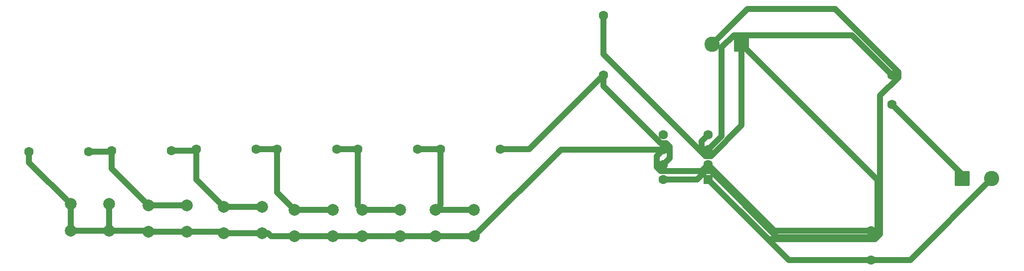
<source format=gbr>
%TF.GenerationSoftware,KiCad,Pcbnew,9.0.3*%
%TF.CreationDate,2025-07-19T19:00:48+05:30*%
%TF.ProjectId,piano wkshp,7069616e-6f20-4776-9b73-68702e6b6963,rev?*%
%TF.SameCoordinates,Original*%
%TF.FileFunction,Copper,L1,Top*%
%TF.FilePolarity,Positive*%
%FSLAX46Y46*%
G04 Gerber Fmt 4.6, Leading zero omitted, Abs format (unit mm)*
G04 Created by KiCad (PCBNEW 9.0.3) date 2025-07-19 19:00:48*
%MOMM*%
%LPD*%
G01*
G04 APERTURE LIST*
G04 Aperture macros list*
%AMRoundRect*
0 Rectangle with rounded corners*
0 $1 Rounding radius*
0 $2 $3 $4 $5 $6 $7 $8 $9 X,Y pos of 4 corners*
0 Add a 4 corners polygon primitive as box body*
4,1,4,$2,$3,$4,$5,$6,$7,$8,$9,$2,$3,0*
0 Add four circle primitives for the rounded corners*
1,1,$1+$1,$2,$3*
1,1,$1+$1,$4,$5*
1,1,$1+$1,$6,$7*
1,1,$1+$1,$8,$9*
0 Add four rect primitives between the rounded corners*
20,1,$1+$1,$2,$3,$4,$5,0*
20,1,$1+$1,$4,$5,$6,$7,0*
20,1,$1+$1,$6,$7,$8,$9,0*
20,1,$1+$1,$8,$9,$2,$3,0*%
G04 Aperture macros list end*
%TA.AperFunction,ComponentPad*%
%ADD10C,2.000000*%
%TD*%
%TA.AperFunction,ComponentPad*%
%ADD11C,1.600000*%
%TD*%
%TA.AperFunction,ComponentPad*%
%ADD12RoundRect,0.250000X-1.050000X-1.050000X1.050000X-1.050000X1.050000X1.050000X-1.050000X1.050000X0*%
%TD*%
%TA.AperFunction,ComponentPad*%
%ADD13C,2.600000*%
%TD*%
%TA.AperFunction,ComponentPad*%
%ADD14RoundRect,0.250000X1.050000X1.050000X-1.050000X1.050000X-1.050000X-1.050000X1.050000X-1.050000X0*%
%TD*%
%TA.AperFunction,ComponentPad*%
%ADD15RoundRect,0.250000X0.550000X0.550000X-0.550000X0.550000X-0.550000X-0.550000X0.550000X-0.550000X0*%
%TD*%
%TA.AperFunction,Conductor*%
%ADD16C,1.000000*%
%TD*%
G04 APERTURE END LIST*
D10*
%TO.P,SW3,1,1*%
%TO.N,Net-(U1-THR)*%
X99000000Y-118000000D03*
X92500000Y-118000000D03*
%TO.P,SW3,2,2*%
%TO.N,Net-(R2-Pad2)*%
X99000000Y-113500000D03*
X92500000Y-113500000D03*
%TD*%
D11*
%TO.P,R6,1*%
%TO.N,Net-(R5-Pad2)*%
X129363000Y-103669000D03*
%TO.P,R6,2*%
%TO.N,Net-(U1-DIS)*%
X139523000Y-103669000D03*
%TD*%
%TO.P,R1,1*%
%TO.N,Net-(U1-THR)*%
X59420000Y-104050000D03*
%TO.P,R1,2*%
%TO.N,Net-(R1-Pad2)*%
X69580000Y-104050000D03*
%TD*%
%TO.P,C1,1*%
%TO.N,Net-(U1-THR)*%
X202500000Y-117500000D03*
%TO.P,C1,2*%
%TO.N,GND*%
X202500000Y-122500000D03*
%TD*%
%TO.P,R5,1*%
%TO.N,Net-(R4-Pad2)*%
X115266000Y-103669000D03*
%TO.P,R5,2*%
%TO.N,Net-(R5-Pad2)*%
X125426000Y-103669000D03*
%TD*%
%TO.P,R3,1*%
%TO.N,Net-(R2-Pad2)*%
X87834000Y-103669000D03*
%TO.P,R3,2*%
%TO.N,Net-(R3-Pad2)*%
X97994000Y-103669000D03*
%TD*%
D10*
%TO.P,SW5,1,1*%
%TO.N,Net-(U1-THR)*%
X122500000Y-118500000D03*
X116000000Y-118500000D03*
%TO.P,SW5,2,2*%
%TO.N,Net-(R4-Pad2)*%
X122500000Y-114000000D03*
X116000000Y-114000000D03*
%TD*%
D11*
%TO.P,R7,1*%
%TO.N,Net-(U1-DIS)*%
X157000000Y-91080000D03*
%TO.P,R7,2*%
%TO.N,+7.5V*%
X157000000Y-80920000D03*
%TD*%
%TO.P,C2,1*%
%TO.N,Net-(U1-Q)*%
X206000000Y-91000000D03*
%TO.P,C2,2*%
%TO.N,Net-(C2-Pad2)*%
X206000000Y-96000000D03*
%TD*%
%TO.P,R4,1*%
%TO.N,Net-(R3-Pad2)*%
X101550000Y-103669000D03*
%TO.P,R4,2*%
%TO.N,Net-(R4-Pad2)*%
X111710000Y-103669000D03*
%TD*%
D10*
%TO.P,SW6,1,1*%
%TO.N,Net-(U1-THR)*%
X135000000Y-118500000D03*
X128500000Y-118500000D03*
%TO.P,SW6,2,2*%
%TO.N,Net-(R5-Pad2)*%
X135000000Y-114000000D03*
X128500000Y-114000000D03*
%TD*%
%TO.P,SW4,1,1*%
%TO.N,Net-(U1-THR)*%
X111000000Y-118500000D03*
X104500000Y-118500000D03*
%TO.P,SW4,2,2*%
%TO.N,Net-(R3-Pad2)*%
X111000000Y-114000000D03*
X104500000Y-114000000D03*
%TD*%
D11*
%TO.P,R2,1*%
%TO.N,Net-(R1-Pad2)*%
X73420000Y-103923000D03*
%TO.P,R2,2*%
%TO.N,Net-(R2-Pad2)*%
X83580000Y-103923000D03*
%TD*%
D12*
%TO.P,LS1,1,1*%
%TO.N,Net-(C2-Pad2)*%
X218000000Y-108672500D03*
D13*
%TO.P,LS1,2,2*%
%TO.N,GND*%
X223000000Y-108672500D03*
%TD*%
D14*
%TO.P,J1,1,Pin_1*%
%TO.N,+7.5V*%
X180500000Y-85827500D03*
D13*
%TO.P,J1,2,Pin_2*%
%TO.N,GND*%
X175500000Y-85827500D03*
%TD*%
D10*
%TO.P,SW2,1,1*%
%TO.N,Net-(U1-THR)*%
X86250000Y-117750000D03*
X79750000Y-117750000D03*
%TO.P,SW2,2,2*%
%TO.N,Net-(R1-Pad2)*%
X86250000Y-113250000D03*
X79750000Y-113250000D03*
%TD*%
D15*
%TO.P,U1,1,GND*%
%TO.N,GND*%
X174805000Y-108810000D03*
D11*
%TO.P,U1,2,TR*%
%TO.N,Net-(U1-THR)*%
X174805000Y-106270000D03*
%TO.P,U1,3,Q*%
%TO.N,Net-(U1-Q)*%
X174805000Y-103730000D03*
%TO.P,U1,4,R*%
%TO.N,+7.5V*%
X174805000Y-101190000D03*
%TO.P,U1,5,CV*%
%TO.N,unconnected-(U1-CV-Pad5)*%
X167185000Y-101190000D03*
%TO.P,U1,6,THR*%
%TO.N,Net-(U1-THR)*%
X167185000Y-103730000D03*
%TO.P,U1,7,DIS*%
%TO.N,Net-(U1-DIS)*%
X167185000Y-106270000D03*
%TO.P,U1,8,VCC*%
%TO.N,+7.5V*%
X167185000Y-108810000D03*
%TD*%
D10*
%TO.P,SW1,1,1*%
%TO.N,Net-(U1-THR)*%
X73000000Y-117500000D03*
X66500000Y-117500000D03*
%TO.P,SW1,2,2*%
X73000000Y-113000000D03*
X66500000Y-113000000D03*
%TD*%
D16*
%TO.N,GND*%
X207101000Y-90543950D02*
X207101000Y-91456050D01*
X175500000Y-85827500D02*
X181508500Y-79819000D01*
X204002000Y-94555050D02*
X204002000Y-118122150D01*
X204002000Y-118122150D02*
X203122150Y-119002000D01*
X181508500Y-79819000D02*
X196376050Y-79819000D01*
X207101000Y-91456050D02*
X204002000Y-94555050D01*
X184997000Y-119002000D02*
X174805000Y-108810000D01*
X223000000Y-108672500D02*
X222827500Y-108672500D01*
X209172500Y-122500000D02*
X202500000Y-122500000D01*
X223000000Y-108672500D02*
X209172500Y-122500000D01*
X202500000Y-122500000D02*
X188495000Y-122500000D01*
X203122150Y-119002000D02*
X184997000Y-119002000D01*
X222827500Y-108672500D02*
X222500000Y-109000000D01*
X188495000Y-122500000D02*
X174805000Y-108810000D01*
X196376050Y-79819000D02*
X207101000Y-90543950D01*
%TO.N,Net-(U1-THR)*%
X202500000Y-117500000D02*
X186035000Y-117500000D01*
X104500000Y-118500000D02*
X111000000Y-118500000D01*
X135000000Y-118500000D02*
X149770000Y-103730000D01*
X73000000Y-113000000D02*
X73000000Y-117500000D01*
X100500000Y-118500000D02*
X104500000Y-118500000D01*
X111000000Y-118500000D02*
X116000000Y-118500000D01*
X66500000Y-117500000D02*
X73000000Y-117500000D01*
X166728950Y-107371000D02*
X166084000Y-106726050D01*
X66500000Y-113000000D02*
X66500000Y-117500000D01*
X166084000Y-104831000D02*
X167185000Y-103730000D01*
X92250000Y-117750000D02*
X92500000Y-118000000D01*
X186035000Y-117500000D02*
X174805000Y-106270000D01*
X92500000Y-118000000D02*
X99000000Y-118000000D01*
X100000000Y-118000000D02*
X100500000Y-118500000D01*
X79750000Y-117750000D02*
X86250000Y-117750000D01*
X149770000Y-103730000D02*
X167185000Y-103730000D01*
X173704000Y-107371000D02*
X166728950Y-107371000D01*
X174805000Y-106270000D02*
X173704000Y-107371000D01*
X166084000Y-106726050D02*
X166084000Y-104831000D01*
X59420000Y-104050000D02*
X59420000Y-105920000D01*
X79500000Y-117500000D02*
X79750000Y-117750000D01*
X99000000Y-118000000D02*
X100000000Y-118000000D01*
X116000000Y-118500000D02*
X122500000Y-118500000D01*
X73000000Y-117500000D02*
X79500000Y-117500000D01*
X86250000Y-117750000D02*
X92250000Y-117750000D01*
X122500000Y-118500000D02*
X128500000Y-118500000D01*
X59420000Y-105920000D02*
X66500000Y-113000000D01*
X128500000Y-118500000D02*
X135000000Y-118500000D01*
%TO.N,Net-(C2-Pad2)*%
X206000000Y-96000000D02*
X218000000Y-108000000D01*
X218000000Y-108000000D02*
X218000000Y-108672500D01*
%TO.N,Net-(U1-Q)*%
X179214840Y-84226500D02*
X177101000Y-86340340D01*
X177101000Y-101434000D02*
X174805000Y-103730000D01*
X177101000Y-86340340D02*
X177101000Y-101434000D01*
X199226500Y-84226500D02*
X179214840Y-84226500D01*
X206000000Y-91000000D02*
X199226500Y-84226500D01*
%TO.N,+7.5V*%
X174348950Y-107371000D02*
X172909950Y-108810000D01*
X202956050Y-118601000D02*
X186491050Y-118601000D01*
X157000000Y-87482050D02*
X174348950Y-104831000D01*
X175261050Y-104831000D02*
X180500000Y-99592050D01*
X157000000Y-80920000D02*
X157000000Y-87482050D01*
X173704000Y-104186050D02*
X173704000Y-102291000D01*
X180500000Y-99592050D02*
X180500000Y-85827500D01*
X172909950Y-108810000D02*
X167185000Y-108810000D01*
X180500000Y-85827500D02*
X203601000Y-108928500D01*
X203601000Y-117956050D02*
X202956050Y-118601000D01*
X173704000Y-102291000D02*
X174805000Y-101190000D01*
X175261050Y-104831000D02*
X174348950Y-104831000D01*
X203601000Y-108928500D02*
X203601000Y-117956050D01*
X186491050Y-118601000D02*
X175261050Y-107371000D01*
X174348950Y-104831000D02*
X173704000Y-104186050D01*
X175261050Y-107371000D02*
X174348950Y-107371000D01*
%TO.N,Net-(R1-Pad2)*%
X73420000Y-106920000D02*
X79750000Y-113250000D01*
X79750000Y-113250000D02*
X86250000Y-113250000D01*
X73293000Y-104050000D02*
X73420000Y-103923000D01*
X69580000Y-104050000D02*
X73293000Y-104050000D01*
X73420000Y-103923000D02*
X73420000Y-106920000D01*
%TO.N,Net-(R2-Pad2)*%
X83580000Y-103923000D02*
X87580000Y-103923000D01*
X92500000Y-113500000D02*
X99000000Y-113500000D01*
X87834000Y-103669000D02*
X87834000Y-108834000D01*
X87834000Y-108834000D02*
X92500000Y-113500000D01*
X87580000Y-103923000D02*
X87834000Y-103669000D01*
%TO.N,Net-(R3-Pad2)*%
X104500000Y-114000000D02*
X111000000Y-114000000D01*
X101550000Y-103669000D02*
X101550000Y-111050000D01*
X97994000Y-103669000D02*
X101550000Y-103669000D01*
X101550000Y-111050000D02*
X104500000Y-114000000D01*
%TO.N,Net-(R4-Pad2)*%
X111710000Y-103669000D02*
X115266000Y-103669000D01*
X116000000Y-114000000D02*
X122500000Y-114000000D01*
X115266000Y-113266000D02*
X116000000Y-114000000D01*
X115266000Y-103669000D02*
X115266000Y-113266000D01*
%TO.N,Net-(R5-Pad2)*%
X129363000Y-103669000D02*
X129363000Y-113137000D01*
X128500000Y-114000000D02*
X135000000Y-114000000D01*
X125426000Y-103669000D02*
X129363000Y-103669000D01*
X129363000Y-113137000D02*
X128500000Y-114000000D01*
%TO.N,Net-(U1-DIS)*%
X144411000Y-103669000D02*
X157000000Y-91080000D01*
X157000000Y-91080000D02*
X157000000Y-92900050D01*
X168286000Y-103273950D02*
X168286000Y-105169000D01*
X166728950Y-102629000D02*
X167641050Y-102629000D01*
X168286000Y-105169000D02*
X167185000Y-106270000D01*
X139523000Y-103669000D02*
X144411000Y-103669000D01*
X157000000Y-92900050D02*
X166728950Y-102629000D01*
X167641050Y-102629000D02*
X168286000Y-103273950D01*
%TD*%
M02*

</source>
